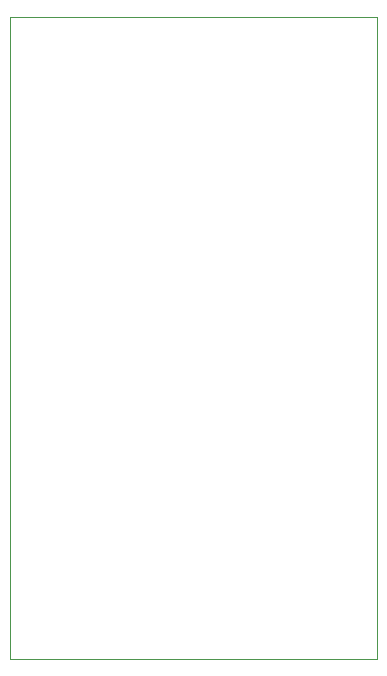
<source format=gbr>
%TF.GenerationSoftware,KiCad,Pcbnew,7.0.9*%
%TF.CreationDate,2023-12-16T22:44:04+03:00*%
%TF.ProjectId,SMD2WII,534d4432-5749-4492-9e6b-696361645f70,rev?*%
%TF.SameCoordinates,Original*%
%TF.FileFunction,Profile,NP*%
%FSLAX46Y46*%
G04 Gerber Fmt 4.6, Leading zero omitted, Abs format (unit mm)*
G04 Created by KiCad (PCBNEW 7.0.9) date 2023-12-16 22:44:04*
%MOMM*%
%LPD*%
G01*
G04 APERTURE LIST*
%TA.AperFunction,Profile*%
%ADD10C,0.100000*%
%TD*%
G04 APERTURE END LIST*
D10*
X98100000Y-53900000D02*
X129200000Y-53900000D01*
X129200000Y-108300000D01*
X98100000Y-108300000D01*
X98100000Y-53900000D01*
M02*

</source>
